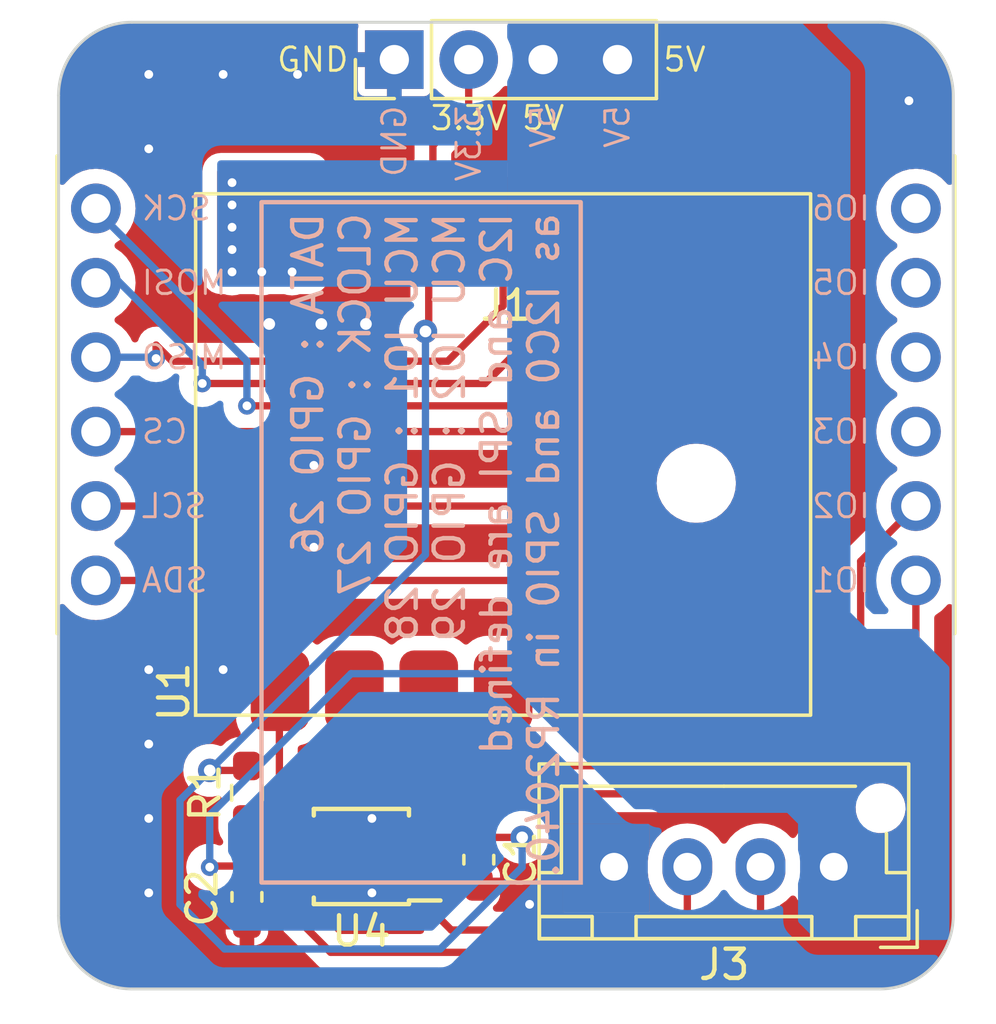
<source format=kicad_pcb>
(kicad_pcb (version 20221018) (generator pcbnew)
  (layers (0 "F.Cu" signal) (31 "B.Cu" signal) (34 "B.Paste" user) (35 "F.Paste" user) (36 "B.SilkS" user "B.Silkscreen") (37 "F.SilkS" user "F.Silkscreen") (38 "B.Mask" user) (39 "F.Mask" user) (44 "Edge.Cuts" user))
  (net 0 "")
  (net 1 "+3.3V")
  (net 2 "GND")
  (net 3 "+5V")
  (net 4 "/SCK")
  (net 5 "/MCU_MOSI")
  (net 6 "/MCU_MISO")
  (net 7 "/CSN")
  (net 8 "/SCL")
  (net 9 "/SDA")
  (net 10 "/MCU_GPIO1")
  (net 15 "/MCU_GPIO2")
  (net 16 "/LED_DATA")
  (net 17 "/LED_CLK")
  (net 18 "Net-(U4-OE)")
  (net 19 "/XIAO_DATA")
  (net 20 "/XIAO_CLK")
  (footprint "Capacitor_SMD:C_0603_1608Metric_Pad1.08x0.95mm_HandSolder" (layer "F.Cu") (at 123.952 84.328 -90)
    (fp_text reference "C2" (at 0.042 1.532 90) (layer "F.SilkS"))
    (fp_text value "0.1uF")
    (fp_line (start -0.146267 -0.51) (end 0.146267 -0.51) (stroke (width 0.12)) (layer "F.SilkS"))
    (fp_line (start -0.146267 0.51) (end 0.146267 0.51) (stroke (width 0.12)) (layer "F.SilkS"))
    (pad "1" smd roundrect (at -0.8625 0 270) (size 1.075 0.95) (layers "F.Cu" "F.Paste" "F.Mask") (net 3 "+5V"))
    (pad "2" smd roundrect (at 0.8625 0 270) (size 1.075 0.95) (layers "F.Cu" "F.Paste" "F.Mask") (net 2 "GND"))
  )
  (footprint "0_various:MOUDLE14P-SMD-2.54-21X17.8MM" (layer "F.Cu") (at 143.2 78.125 90)
    (fp_text reference "U1" (at 0.795 -21.74 90 unlocked) (layer "F.SilkS"))
    (fp_text value "MOUDLE-SEEEDUINO-XIAO")
    (fp_rect (start 0 -21) (end 17.8 0) (stroke (width 0.12)) (fill none) (layer "F.SilkS"))
    (pad "1" smd roundrect (at 0.835 -18.12 90) (size 2.75 2) (layers "F.Cu" "F.Paste" "F.Mask") (net 19 "/XIAO_DATA"))
    (pad "2" smd roundrect (at 0.835 -15.58 90) (size 2.75 2) (layers "F.Cu" "F.Paste" "F.Mask") (net 20 "/XIAO_CLK"))
    (pad "3" smd roundrect (at 0.835 -13.04 90) (size 2.75 2) (layers "F.Cu" "F.Paste" "F.Mask") (net 10 "/MCU_GPIO1"))
    (pad "4" smd roundrect (at 0.835 -10.5 90) (size 2.75 2) (layers "F.Cu" "F.Paste" "F.Mask") (net 15 "/MCU_GPIO2"))
    (pad "5" smd roundrect (at 0.835 -7.96 90) (size 2.75 2) (layers "F.Cu" "F.Paste" "F.Mask") (net 9 "/SDA"))
    (pad "6" smd roundrect (at 0.835 -5.42 90) (size 2.75 2) (layers "F.Cu" "F.Paste" "F.Mask") (net 8 "/SCL"))
    (pad "7" smd roundrect (at 0.835 -2.88 90) (size 2.75 2) (layers "F.Cu" "F.Paste" "F.Mask"))
    (pad "8" smd roundrect (at 17 -2.88 90) (size 2.75 2) (layers "F.Cu" "F.Paste" "F.Mask") (net 7 "/CSN"))
    (pad "9" smd roundrect (at 17 -5.42 90) (size 2.75 2) (layers "F.Cu" "F.Paste" "F.Mask") (net 4 "/SCK"))
    (pad "10" smd roundrect (at 17 -7.96 90) (size 2.75 2) (layers "F.Cu" "F.Paste" "F.Mask") (net 5 "/MCU_MOSI"))
    (pad "11" smd roundrect (at 17 -10.5 90) (size 2.75 2) (layers "F.Cu" "F.Paste" "F.Mask") (net 6 "/MCU_MISO"))
    (pad "12" smd roundrect (at 17 -13.04 90) (size 2.75 2) (layers "F.Cu" "F.Paste" "F.Mask") (net 1 "+3.3V"))
    (pad "13" smd roundrect (at 17 -15.58 90) (size 2.75 2) (layers "F.Cu" "F.Paste" "F.Mask") (net 2 "GND"))
    (pad "14" smd roundrect (at 17 -18.12 90) (size 2.75 2) (layers "F.Cu" "F.Paste" "F.Mask") (net 3 "+5V"))
  )
  (footprint "Package_SO:TSSOP-8_3x3mm_P0.65mm" (layer "F.Cu") (at 127.86 82.95 180)
    (fp_text reference "U4" (at 0 -2.55) (layer "F.SilkS"))
    (fp_text value "TXB0102DCT")
    (fp_line (start -1.625 -1.625) (end -1.625 -1.5) (stroke (width 0.15)) (layer "F.SilkS"))
    (fp_line (start -1.625 -1.625) (end 1.625 -1.625) (stroke (width 0.15)) (layer "F.SilkS"))
    (fp_line (start -1.625 -1.5) (end -2.7 -1.5) (stroke (width 0.15)) (layer "F.SilkS"))
    (fp_line (start -1.625 1.625) (end -1.625 1.4) (stroke (width 0.15)) (layer "F.SilkS"))
    (fp_line (start -1.625 1.625) (end 1.625 1.625) (stroke (width 0.15)) (layer "F.SilkS"))
    (fp_line (start 1.625 -1.625) (end 1.625 -1.4) (stroke (width 0.15)) (layer "F.SilkS"))
    (fp_line (start 1.625 1.625) (end 1.625 1.4) (stroke (width 0.15)) (layer "F.SilkS"))
    (pad "1" smd rect (at -2.15 -0.975 180) (size 1.1 0.4) (layers "F.Cu" "F.Paste" "F.Mask") (net 17 "/LED_CLK"))
    (pad "2" smd rect (at -2.15 -0.325 180) (size 1.1 0.4) (layers "F.Cu" "F.Paste" "F.Mask") (net 2 "GND"))
    (pad "3" smd rect (at -2.15 0.325 180) (size 1.1 0.4) (layers "F.Cu" "F.Paste" "F.Mask") (net 1 "+3.3V"))
    (pad "4" smd rect (at -2.15 0.975 180) (size 1.1 0.4) (layers "F.Cu" "F.Paste" "F.Mask") (net 20 "/XIAO_CLK"))
    (pad "5" smd rect (at 2.15 0.975 180) (size 1.1 0.4) (layers "F.Cu" "F.Paste" "F.Mask") (net 19 "/XIAO_DATA"))
    (pad "6" smd rect (at 2.15 0.325 180) (size 1.1 0.4) (layers "F.Cu" "F.Paste" "F.Mask") (net 18 "Net-(U4-OE)"))
    (pad "7" smd rect (at 2.15 -0.325 180) (size 1.1 0.4) (layers "F.Cu" "F.Paste" "F.Mask") (net 3 "+5V"))
    (pad "8" smd rect (at 2.15 -0.975 180) (size 1.1 0.4) (layers "F.Cu" "F.Paste" "F.Mask") (net 16 "/LED_DATA"))
  )
  (footprint "Connector_JST:JST_XH_B4B-XH-AM_1x04_P2.50mm_Vertical" (layer "F.Cu") (at 143.99 83.3 180)
    (fp_text reference "J3" (at 3.74 -3.34) (layer "F.SilkS"))
    (fp_text value "Conn_01x04")
    (fp_line (start -2.85 -2.75) (end -2.85 -1.5) (stroke (width 0.12)) (layer "F.SilkS"))
    (fp_line (start -2.56 -2.46) (end -2.56 3.51) (stroke (width 0.12)) (layer "F.SilkS"))
    (fp_line (start -2.56 3.51) (end 10.06 3.51) (stroke (width 0.12)) (layer "F.SilkS"))
    (fp_line (start -2.55 -2.45) (end -2.55 -1.7) (stroke (width 0.12)) (layer "F.SilkS"))
    (fp_line (start -2.55 -1.7) (end -0.75 -1.7) (stroke (width 0.12)) (layer "F.SilkS"))
    (fp_line (start -2.55 -0.2) (end -1.8 -0.2) (stroke (width 0.12)) (layer "F.SilkS"))
    (fp_line (start -1.8 -0.2) (end -1.8 1.14) (stroke (width 0.12)) (layer "F.SilkS"))
    (fp_line (start -1.6 -2.75) (end -2.85 -2.75) (stroke (width 0.12)) (layer "F.SilkS"))
    (fp_line (start -0.75 -2.45) (end -2.55 -2.45) (stroke (width 0.12)) (layer "F.SilkS"))
    (fp_line (start -0.75 -1.7) (end -0.75 -2.45) (stroke (width 0.12)) (layer "F.SilkS"))
    (fp_line (start 0.75 -2.45) (end 0.75 -1.7) (stroke (width 0.12)) (layer "F.SilkS"))
    (fp_line (start 0.75 -1.7) (end 6.75 -1.7) (stroke (width 0.12)) (layer "F.SilkS"))
    (fp_line (start 3.75 2.75) (end -0.74 2.75) (stroke (width 0.12)) (layer "F.SilkS"))
    (fp_line (start 6.75 -2.45) (end 0.75 -2.45) (stroke (width 0.12)) (layer "F.SilkS"))
    (fp_line (start 6.75 -1.7) (end 6.75 -2.45) (stroke (width 0.12)) (layer "F.SilkS"))
    (fp_line (start 8.25 -2.45) (end 8.25 -1.7) (stroke (width 0.12)) (layer "F.SilkS"))
    (fp_line (start 8.25 -1.7) (end 10.05 -1.7) (stroke (width 0.12)) (layer "F.SilkS"))
    (fp_line (start 9.3 -0.2) (end 9.3 2.75) (stroke (width 0.12)) (layer "F.SilkS"))
    (fp_line (start 9.3 2.75) (end 3.75 2.75) (stroke (width 0.12)) (layer "F.SilkS"))
    (fp_line (start 10.05 -2.45) (end 8.25 -2.45) (stroke (width 0.12)) (layer "F.SilkS"))
    (fp_line (start 10.05 -1.7) (end 10.05 -2.45) (stroke (width 0.12)) (layer "F.SilkS"))
    (fp_line (start 10.05 -0.2) (end 9.3 -0.2) (stroke (width 0.12)) (layer "F.SilkS"))
    (fp_line (start 10.06 -2.46) (end -2.56 -2.46) (stroke (width 0.12)) (layer "F.SilkS"))
    (fp_line (start 10.06 3.51) (end 10.06 -2.46) (stroke (width 0.12)) (layer "F.SilkS"))
    (pad "" np_thru_hole circle (at -1.6 2 180) (size 1.2 1.2) (drill 1.2) (layers "*.Cu" "*.Mask"))
    (pad "1" thru_hole roundrect (at 0 0 180) (size 1.7 1.95) (drill 0.95) (layers "*.Cu" "*.Mask") (roundrect_rratio 0.147059) (net 3 "+5V"))
    (pad "2" thru_hole oval (at 2.5 0 180) (size 1.7 1.95) (drill 0.95) (layers "*.Cu" "*.Mask") (net 16 "/LED_DATA"))
    (pad "3" thru_hole oval (at 5 0 180) (size 1.7 1.95) (drill 0.95) (layers "*.Cu" "*.Mask") (net 17 "/LED_CLK"))
    (pad "4" thru_hole oval (at 7.5 0 180) (size 1.7 1.95) (drill 0.95) (layers "*.Cu" "*.Mask") (net 2 "GND"))
  )
  (footprint "Resistor_SMD:R_0603_1608Metric_Pad0.98x0.95mm_HandSolder" (layer "F.Cu") (at 123.952 80.772 90)
    (fp_text reference "R1" (at 0 -1.43 90) (layer "F.SilkS"))
    (fp_text value "10k")
    (fp_line (start -0.254724 -0.5225) (end 0.254724 -0.5225) (stroke (width 0.12)) (layer "F.SilkS"))
    (fp_line (start -0.254724 0.5225) (end 0.254724 0.5225) (stroke (width 0.12)) (layer "F.SilkS"))
    (pad "1" smd roundrect (at -0.9125 0 90) (size 0.975 0.95) (layers "F.Cu" "F.Paste" "F.Mask") (net 18 "Net-(U4-OE)"))
    (pad "2" smd roundrect (at 0.9125 0 90) (size 0.975 0.95) (layers "F.Cu" "F.Paste" "F.Mask") (net 1 "+3.3V"))
  )
  (footprint "0_connectors:Hat_connector_hole" (layer "F.Cu") (at 132.795 64.635)
    (fp_text reference "J1" (at 0 -0.5 unlocked) (layer "F.SilkS"))
    (fp_text value "Hat_connector_hole")
    (fp_text user "MOSI" (at -12.5 -1.27 unlocked) (layer "B.SilkS") (effects (font (size 0.8 0.8) (thickness 0.1)) (justify right mirror)))
    (fp_text user "3.3V" (at -1.27 -7.39 90 unlocked) (layer "B.SilkS") (effects (font (size 0.8 0.8) (thickness 0.1)) (justify left mirror)))
    (fp_text user "SCL" (at -12.5 6.35 unlocked) (layer "B.SilkS") (effects (font (size 0.8 0.8) (thickness 0.1)) (justify right mirror)))
    (fp_text user "MISO" (at -12.5 1.27 unlocked) (layer "B.SilkS") (effects (font (size 0.8 0.8) (thickness 0.1)) (justify right mirror)))
    (fp_text user "IO6" (at 12.5 -3.81 unlocked) (layer "B.SilkS") (effects (font (size 0.8 0.8) (thickness 0.1)) (justify left mirror)))
    (fp_text user "CS" (at -12.5 3.81 unlocked) (layer "B.SilkS") (effects (font (size 0.8 0.8) (thickness 0.1)) (justify right mirror)))
    (fp_text user "SDA" (at -12.5 8.89 unlocked) (layer "B.SilkS") (effects (font (size 0.8 0.8) (thickness 0.1)) (justify right mirror)))
    (fp_text user "IO2" (at 12.5 6.35 unlocked) (layer "B.SilkS") (effects (font (size 0.8 0.8) (thickness 0.1)) (justify left mirror)))
    (fp_text user "GND" (at -3.81 -7.39 90 unlocked) (layer "B.SilkS") (effects (font (size 0.8 0.8) (thickness 0.1)) (justify left mirror)))
    (fp_text user "IO4" (at 12.5 1.27 unlocked) (layer "B.SilkS") (effects (font (size 0.8 0.8) (thickness 0.1)) (justify left mirror)))
    (fp_text user "IO1" (at 12.5 8.89 unlocked) (layer "B.SilkS") (effects (font (size 0.8 0.8) (thickness 0.1)) (justify left mirror)))
    (fp_text user "IO3" (at 12.5 3.81 unlocked) (layer "B.SilkS") (effects (font (size 0.8 0.8) (thickness 0.1)) (justify left mirror)))
    (fp_text user "5V" (at 3.81 -7.39 90 unlocked) (layer "B.SilkS") (effects (font (size 0.8 0.8) (thickness 0.1)) (justify left mirror)))
    (fp_text user "5V" (at 1.27 -7.39 90 unlocked) (layer "B.SilkS") (effects (font (size 0.8 0.8) (thickness 0.1)) (justify left mirror)))
    (fp_text user "IO5" (at 12.5 -1.27 unlocked) (layer "B.SilkS") (effects (font (size 0.8 0.8) (thickness 0.1)) (justify left mirror)))
    (fp_text user "SCK" (at -12.5 -3.81 unlocked) (layer "B.SilkS") (effects (font (size 0.8 0.8) (thickness 0.1)) (justify right mirror)))
    (fp_text user "5V" (at 5.31 -8.89 unlocked) (layer "F.SilkS") (effects (font (size 0.8 0.8) (thickness 0.1)) (justify left)))
    (fp_text user "5V" (at 1.27 -6.89 unlocked) (layer "F.SilkS") (effects (font (size 0.8 0.8) (thickness 0.1))))
    (fp_text user "GND" (at -5.31 -8.89 unlocked) (layer "F.SilkS") (effects (font (size 0.8 0.8) (thickness 0.1)) (justify right)))
    (fp_text user "3.3V" (at -1.27 -6.89 unlocked) (layer "F.SilkS") (effects (font (size 0.8 0.8) (thickness 0.1))))
    (fp_line (start -15.33 -5.6) (end -15.33 10.7) (stroke (width 0.12)) (layer "F.SilkS"))
    (fp_line (start -5.14 -7.56) (end -5.14 -8.89) (stroke (width 0.12)) (layer "F.SilkS"))
    (fp_line (start -3.81 -7.56) (end -5.14 -7.56) (stroke (width 0.12)) (layer "F.SilkS"))
    (fp_line (start -2.54 -10.22) (end 5.14 -10.22) (stroke (width 0.12)) (layer "F.SilkS"))
    (fp_line (start -2.54 -7.56) (end -2.54 -10.22) (stroke (width 0.12)) (layer "F.SilkS"))
    (fp_line (start -2.54 -7.56) (end 5.14 -7.56) (stroke (width 0.12)) (layer "F.SilkS"))
    (fp_line (start 5.14 -7.56) (end 5.14 -10.22) (stroke (width 0.12)) (layer "F.SilkS"))
    (fp_line (start 15.33 -5.6) (end 15.33 10.7) (stroke (width 0.12)) (layer "F.SilkS"))
    (pad "" np_thru_hole circle (at 6.5 5.5725) (size 2.2 2.2) (drill 2.2) (layers "*.Cu" "*.Mask"))
    (pad "1" thru_hole rect (at -3.81 -8.89 90) (size 2 2) (drill 1) (layers "*.Cu" "*.Mask") (net 2 "GND"))
    (pad "2" thru_hole oval (at -1.27 -8.89 90) (size 2 2) (drill 1) (layers "*.Cu" "*.Mask") (net 1 "+3.3V"))
    (pad "3" thru_hole oval (at -14 -3.81) (size 1.7 1.7) (drill 1) (layers "*.Cu" "*.Mask") (net 4 "/SCK"))
    (pad "4" thru_hole oval (at -14 -1.27) (size 1.7 1.7) (drill 1) (layers "*.Cu" "*.Mask") (net 5 "/MCU_MOSI"))
    (pad "5" thru_hole oval (at -14 1.27) (size 1.7 1.7) (drill 1) (layers "*.Cu" "*.Mask") (net 6 "/MCU_MISO"))
    (pad "6" thru_hole oval (at -14 3.81) (size 1.7 1.7) (drill 1) (layers "*.Cu" "*.Mask") (net 7 "/CSN"))
    (pad "7" thru_hole oval (at -14 6.35) (size 1.7 1.7) (drill 1) (layers "*.Cu" "*.Mask") (net 8 "/SCL"))
    (pad "8" thru_hole oval (at -14 8.89) (size 1.7 1.7) (drill 1) (layers "*.Cu" "*.Mask") (net 9 "/SDA"))
    (pad "9" thru_hole oval (at 14 8.89) (size 1.7 1.7) (drill 1) (layers "*.Cu" "*.Mask") (net 10 "/MCU_GPIO1"))
    (pad "10" thru_hole oval (at 14 6.35) (size 1.7 1.7) (drill 1) (layers "*.Cu" "*.Mask") (net 15 "/MCU_GPIO2"))
    (pad "11" thru_hole oval (at 14 3.81) (size 1.7 1.7) (drill 1) (layers "*.Cu" "*.Mask"))
    (pad "12" thru_hole oval (at 14 1.27) (size 1.7 1.7) (drill 1) (layers "*.Cu" "*.Mask"))
    (pad "13" thru_hole oval (at 14 -1.27) (size 1.7 1.7) (drill 1) (layers "*.Cu" "*.Mask"))
    (pad "14" thru_hole oval (at 14 -3.81) (size 1.7 1.7) (drill 1) (layers "*.Cu" "*.Mask"))
    (pad "15" thru_hole oval (at 1.27 -8.89 90) (size 2 2) (drill 1) (layers "*.Cu" "*.Mask") (net 3 "+5V"))
    (pad "16" thru_hole oval (at 3.81 -8.89 90) (size 2 2) (drill 1) (layers "*.Cu" "*.Mask") (net 3 "+5V"))
  )
  (footprint "Capacitor_SMD:C_0603_1608Metric_Pad1.08x0.95mm_HandSolder" (layer "F.Cu") (at 131.87 83.058 -90)
    (fp_text reference "C1" (at 0 -1.43 90) (layer "F.SilkS"))
    (fp_text value "0.1uF")
    (fp_line (start -0.146267 -0.51) (end 0.146267 -0.51) (stroke (width 0.12)) (layer "F.SilkS"))
    (fp_line (start -0.146267 0.51) (end 0.146267 0.51) (stroke (width 0.12)) (layer "F.SilkS"))
    (pad "1" smd roundrect (at -0.8625 0 270) (size 1.075 0.95) (layers "F.Cu" "F.Paste" "F.Mask") (net 1 "+3.3V"))
    (pad "2" smd roundrect (at 0.8625 0 270) (size 1.075 0.95) (layers "F.Cu" "F.Paste" "F.Mask") (net 2 "GND"))
  )
  (gr_poly (pts (xy 124.45 83.837499) (xy 124.45 60.612501) (xy 135.349999 60.6125) (xy 135.349999 83.8375)) (stroke (width 0.15)) (fill none) (layer "B.SilkS"))
  (gr_arc (start 148.07 84.97) (mid 147.337767 86.737767) (end 145.57 87.47) (stroke (width 0.1)) (layer "Edge.Cuts"))
  (gr_arc (start 117.52 56.97) (mid 118.252233 55.202233) (end 120.02 54.47) (stroke (width 0.1)) (layer "Edge.Cuts"))
  (gr_line (start 117.52 84.97) (end 117.52 56.97) (stroke (width 0.1)) (layer "Edge.Cuts"))
  (gr_arc (start 145.57 54.47) (mid 147.337767 55.202233) (end 148.07 56.97) (stroke (width 0.1)) (layer "Edge.Cuts"))
  (gr_line (start 145.57 87.47) (end 120.02 87.47) (stroke (width 0.1)) (layer "Edge.Cuts"))
  (gr_line (start 120.02 54.47) (end 145.57 54.47) (stroke (width 0.1)) (layer "Edge.Cuts"))
  (gr_line (start 148.07 56.97) (end 148.07 84.97) (stroke (width 0.1)) (layer "Edge.Cuts"))
  (gr_arc (start 120.02 87.47) (mid 118.252233 86.737767) (end 117.52 84.97) (stroke (width 0.1)) (layer "Edge.Cuts"))
  (gr_text "DATA : GPIO 26\nCLOCK : GPIO 27\nMCU IO1 : GPIO 28\nMCU IO2 : GPIO 29\nI2C and SPI are defined\nas I2C0 and SPI0 in RP2040." (at 134.675 60.8875 90) (layer "B.SilkS") (effects (font (size 1 1)) (justify left bottom mirror)))
  (segment (start 123.8015 80.01) (end 123.952 79.8595) (width 0.25) (layer "F.Cu") (net 1))
  (segment (start 131.87 82.1955) (end 131.4405 82.625) (width 0.25) (layer "F.Cu") (net 1))
  (segment (start 130.16 61.125) (end 130.16 64.912) (width 0.25) (layer "F.Cu") (net 1))
  (segment (start 122.682 80.01) (end 123.8015 80.01) (width 0.25) (layer "F.Cu") (net 1))
  (segment (start 131.9705 82.296) (end 131.87 82.1955) (width 0.25) (layer "F.Cu") (net 1))
  (segment (start 131.525 57.451) (end 130.302 58.674) (width 0.25) (layer "F.Cu") (net 1))
  (segment (start 133.35 82.296) (end 131.9705 82.296) (width 0.25) (layer "F.Cu") (net 1))
  (segment (start 130.302 58.674) (end 130.302 60.983) (width 0.25) (layer "F.Cu") (net 1))
  (segment (start 130.16 64.912) (end 130.048 65.024) (width 0.25) (layer "F.Cu") (net 1))
  (segment (start 131.4405 82.625) (end 130.01 82.625) (width 0.25) (layer "F.Cu") (net 1))
  (segment (start 130.302 60.983) (end 130.16 61.125) (width 0.25) (layer "F.Cu") (net 1))
  (segment (start 131.525 55.745) (end 131.525 57.451) (width 0.25) (layer "F.Cu") (net 1))
  (via (at 133.35 82.296) (size 0.8) (drill 0.4) (layers "F.Cu" "B.Cu") (net 1))
  (via (at 122.682 80.01) (size 0.8) (drill 0.4) (layers "F.Cu" "B.Cu") (net 1))
  (via (at 130.048 65.024) (size 0.8) (drill 0.4) (layers "F.Cu" "B.Cu") (net 1))
  (segment (start 121.666 81.026) (end 121.666 84.582) (width 0.25) (layer "B.Cu") (net 1))
  (segment (start 123.19 86.106) (end 130.556 86.106) (width 0.25) (layer "B.Cu") (net 1))
  (segment (start 130.048 65.024) (end 130.048 72.644) (width 0.25) (layer "B.Cu") (net 1))
  (segment (start 133.35 83.312) (end 133.35 82.296) (width 0.25) (layer "B.Cu") (net 1))
  (segment (start 122.682 80.01) (end 121.666 81.026) (width 0.25) (layer "B.Cu") (net 1))
  (segment (start 130.556 86.106) (end 133.35 83.312) (width 0.25) (layer "B.Cu") (net 1))
  (segment (start 121.666 84.582) (end 123.19 86.106) (width 0.25) (layer "B.Cu") (net 1))
  (segment (start 130.048 72.644) (end 122.682 80.01) (width 0.25) (layer "B.Cu") (net 1))
  (segment (start 131.2245 83.275) (end 130.01 83.275) (width 0.25) (layer "F.Cu") (net 2))
  (segment (start 131.87 83.9205) (end 131.2245 83.275) (width 0.25) (layer "F.Cu") (net 2))
  (via (at 128.22 84.19) (size 0.6) (drill 0.3) (layers "F.Cu" "B.Cu") (net 2))
  (via (at 120.6 76.57) (size 0.6) (drill 0.3) (layers "F.Cu" "B.Cu") (net 2))
  (via (at 123.14 76.57) (size 0.6) (drill 0.3) (layers "F.Cu" "B.Cu") (net 2))
  (via (at 128.016 64.77) (size 0.8) (drill 0.4) (layers "F.Cu" "B.Cu") (net 2))
  (via (at 126.492 64.77) (size 0.8) (drill 0.4) (layers "F.Cu" "B.Cu") (net 2))
  (via (at 133.604 84.582) (size 0.6) (drill 0.3) (layers "F.Cu" "B.Cu") (net 2))
  (via (at 120.6 79.11) (size 0.6) (drill 0.3) (layers "F.Cu" "B.Cu") (net 2))
  (via (at 126.238 72.39) (size 0.6) (drill 0.3) (layers "F.Cu" "B.Cu") (net 2))
  (via (at 126.238 69.596) (size 0.6) (drill 0.3) (layers "F.Cu" "B.Cu") (net 2))
  (via (at 120.6 84.19) (size 0.6) (drill 0.3) (layers "F.Cu" "B.Cu") (net 2))
  (via (at 124.714 64.77) (size 0.8) (drill 0.4) (layers "F.Cu" "B.Cu") (net 2))
  (via (at 120.6 81.65) (size 0.6) (drill 0.3) (layers "F.Cu" "B.Cu") (net 2))
  (via (at 120.6 56.25) (size 0.6) (drill 0.3) (layers "F.Cu" "B.Cu") (net 2))
  (via (at 120.6 58.79) (size 0.6) (drill 0.3) (layers "F.Cu" "B.Cu") (net 2))
  (via (at 128.22 81.65) (size 0.6) (drill 0.3) (layers "F.Cu" "B.Cu") (net 2))
  (via (at 125.68 56.25) (size 0.6) (drill 0.3) (layers "F.Cu" "B.Cu") (net 2))
  (via (at 146.558 57.15) (size 0.6) (drill 0.3) (layers "F.Cu" "B.Cu") (net 2))
  (via (at 123.14 56.25) (size 0.6) (drill 0.3) (layers "F.Cu" "B.Cu") (net 2))
  (segment (start 122.719 83.275) (end 125.71 83.275) (width 0.25) (layer "F.Cu") (net 3))
  (segment (start 122.682 83.312) (end 122.719 83.275) (width 0.25) (layer "F.Cu") (net 3))
  (via (at 125.493973 62.992246) (size 0.6) (drill 0.3) (layers "F.Cu" "B.Cu") (net 3))
  (via (at 123.444 59.944) (size 0.6) (drill 0.3) (layers "F.Cu" "B.Cu") (net 3))
  (via (at 123.444 60.706) (size 0.6) (drill 0.3) (layers "F.Cu" "B.Cu") (net 3))
  (via (at 123.444 62.23) (size 0.6) (drill 0.3) (layers "F.Cu" "B.Cu") (net 3))
  (via (at 122.682 83.312) (size 0.6) (drill 0.3) (layers "F.Cu" "B.Cu") (net 3))
  (via (at 123.444 62.992) (size 0.6) (drill 0.3) (layers "F.Cu" "B.Cu") (net 3))
  (via (at 124.46 62.992) (size 0.6) (drill 0.3) (layers "F.Cu" "B.Cu") (net 3))
  (via (at 123.444 61.468) (size 0.6) (drill 0.3) (layers "F.Cu" "B.Cu") (net 3))
  (segment (start 127.508 76.708) (end 133.35 76.708) (width 0.25) (layer "B.Cu") (net 3))
  (segment (start 122.682 81.534) (end 127.508 76.708) (width 0.25) (layer "B.Cu") (net 3))
  (segment (start 122.682 83.312) (end 122.682 81.534) (width 0.25) (layer "B.Cu") (net 3))
  (segment (start 123.952 67.564) (end 134.112 67.564) (width 0.25) (layer "F.Cu") (net 4))
  (segment (start 137.78 63.896) (end 137.78 61.125) (width 0.25) (layer "F.Cu") (net 4))
  (segment (start 134.112 67.564) (end 137.78 63.896) (width 0.25) (layer "F.Cu") (net 4))
  (via (at 123.952 67.564) (size 0.6) (drill 0.3) (layers "F.Cu" "B.Cu") (net 4))
  (segment (start 123.952 66.04) (end 118.795 60.883) (width 0.25) (layer "B.Cu") (net 4))
  (segment (start 118.795 60.883) (end 118.795 60.825) (width 0.25) (layer "B.Cu") (net 4))
  (segment (start 123.952 67.564) (end 123.952 66.04) (width 0.25) (layer "B.Cu") (net 4))
  (segment (start 135.382 63.5) (end 135.382 61.267) (width 0.25) (layer "F.Cu") (net 5))
  (segment (start 132.08 66.802) (end 135.382 63.5) (width 0.25) (layer "F.Cu") (net 5))
  (segment (start 122.428 66.802) (end 132.08 66.802) (width 0.25) (layer "F.Cu") (net 5))
  (segment (start 135.382 61.267) (end 135.24 61.125) (width 0.25) (layer "F.Cu") (net 5))
  (via (at 122.428 66.802) (size 0.6) (drill 0.3) (layers "F.Cu" "B.Cu") (net 5))
  (segment (start 122.428 66.802) (end 122.428 66.178) (width 0.25) (layer "B.Cu") (net 5))
  (segment (start 119.57 63.32) (end 118.84 63.32) (width 0.25) (layer "B.Cu") (net 5))
  (segment (start 118.84 63.32) (end 118.795 63.365) (width 0.25) (layer "B.Cu") (net 5))
  (segment (start 122.428 66.178) (end 119.57 63.32) (width 0.25) (layer "B.Cu") (net 5))
  (segment (start 121.4 66.04) (end 130.81 66.04) (width 0.25) (layer "F.Cu") (net 6))
  (segment (start 120.85 65.95) (end 120.85 65.49) (width 0.25) (layer "F.Cu") (net 6))
  (segment (start 120.85 65.49) (end 121.4 66.04) (width 0.25) (layer "F.Cu") (net 6))
  (segment (start 132.7 64.15) (end 132.7 61.125) (width 0.25) (layer "F.Cu") (net 6))
  (segment (start 130.81 66.04) (end 132.7 64.15) (width 0.25) (layer "F.Cu") (net 6))
  (via (at 120.85 65.95) (size 0.6) (drill 0.3) (layers "F.Cu" "B.Cu") (net 6))
  (segment (start 120.85 65.95) (end 120.805 65.905) (width 0.25) (layer "B.Cu") (net 6))
  (segment (start 120.805 65.905) (end 118.795 65.905) (width 0.25) (layer "B.Cu") (net 6))
  (segment (start 136.235 68.445) (end 140.32 64.36) (width 0.25) (layer "F.Cu") (net 7))
  (segment (start 118.795 68.445) (end 136.235 68.445) (width 0.25) (layer "F.Cu") (net 7))
  (segment (start 140.32 64.36) (end 140.32 61.125) (width 0.25) (layer "F.Cu") (net 7))
  (segment (start 134.235 70.985) (end 137.78 74.53) (width 0.25) (layer "F.Cu") (net 8))
  (segment (start 118.795 70.985) (end 134.235 70.985) (width 0.25) (layer "F.Cu") (net 8))
  (segment (start 137.78 74.53) (end 137.78 77.29) (width 0.25) (layer "F.Cu") (net 8))
  (segment (start 118.795 73.525) (end 133.935 73.525) (width 0.25) (layer "F.Cu") (net 9))
  (segment (start 133.935 73.525) (end 135.29 74.88) (width 0.25) (layer "F.Cu") (net 9))
  (segment (start 135.29 74.88) (end 135.29 77.24) (width 0.25) (layer "F.Cu") (net 9))
  (segment (start 135.29 77.24) (end 135.24 77.29) (width 0.25) (layer "F.Cu") (net 9))
  (segment (start 130.38 79.41) (end 130.38 77.51) (width 0.25) (layer "F.Cu") (net 10))
  (segment (start 130.38 77.51) (end 130.16 77.29) (width 0.25) (layer "F.Cu") (net 10))
  (segment (start 143.91 80.81) (end 131.78 80.81) (width 0.25) (layer "F.Cu") (net 10))
  (segment (start 146.795 77.925) (end 143.91 80.81) (width 0.25) (layer "F.Cu") (net 10))
  (segment (start 146.795 73.525) (end 146.795 77.925) (width 0.25) (layer "F.Cu") (net 10))
  (segment (start 131.78 80.81) (end 130.38 79.41) (width 0.25) (layer "F.Cu") (net 10))
  (segment (start 143.28 79.85) (end 133.5 79.85) (width 0.25) (layer "F.Cu") (net 15))
  (segment (start 132.73 79.08) (end 132.7 79.08) (width 0.25) (layer "F.Cu") (net 15))
  (segment (start 144.91 78.22) (end 143.28 79.85) (width 0.25) (layer "F.Cu") (net 15))
  (segment (start 133.5 79.85) (end 132.73 79.08) (width 0.25) (layer "F.Cu") (net 15))
  (segment (start 146.795 70.985) (end 144.91 72.87) (width 0.25) (layer "F.Cu") (net 15))
  (segment (start 144.91 72.87) (end 144.91 78.22) (width 0.25) (layer "F.Cu") (net 15))
  (segment (start 132.7 79.08) (end 132.7 77.29) (width 0.25) (layer "F.Cu") (net 15))
  (segment (start 141.51 85.11) (end 141.49 85.09) (width 0.25) (layer "F.Cu") (net 16))
  (segment (start 140.4 86.22) (end 141.51 85.11) (width 0.25) (layer "F.Cu") (net 16))
  (segment (start 125.71 85.12) (end 126.81 86.22) (width 0.25) (layer "F.Cu") (net 16))
  (segment (start 126.81 86.22) (end 140.4 86.22) (width 0.25) (layer "F.Cu") (net 16))
  (segment (start 141.49 85.09) (end 141.49 83.3) (width 0.25) (layer "F.Cu") (net 16))
  (segment (start 125.71 83.925) (end 125.71 85.12) (width 0.25) (layer "F.Cu") (net 16))
  (segment (start 138.99 84.81) (end 138.99 83.3) (width 0.25) (layer "F.Cu") (net 17))
  (segment (start 130.01 84.54) (end 130.93 85.46) (width 0.25) (layer "F.Cu") (net 17))
  (segment (start 130.01 83.925) (end 130.01 84.54) (width 0.25) (layer "F.Cu") (net 17))
  (segment (start 138.34 85.46) (end 138.99 84.81) (width 0.25) (layer "F.Cu") (net 17))
  (segment (start 130.93 85.46) (end 138.34 85.46) (width 0.25) (layer "F.Cu") (net 17))
  (segment (start 124.8925 82.625) (end 123.952 81.6845) (width 0.25) (layer "F.Cu") (net 18))
  (segment (start 125.71 82.625) (end 124.8925 82.625) (width 0.25) (layer "F.Cu") (net 18))
  (segment (start 125.08 77.29) (end 125.06 77.31) (width 0.25) (layer "F.Cu") (net 19))
  (segment (start 125.06 80.51) (end 125.71 81.16) (width 0.25) (layer "F.Cu") (net 19))
  (segment (start 125.06 77.31) (end 125.06 80.51) (width 0.25) (layer "F.Cu") (net 19))
  (segment (start 125.71 81.16) (end 125.71 81.975) (width 0.25) (layer "F.Cu") (net 19))
  (segment (start 130.01 80.59) (end 130.01 81.975) (width 0.25) (layer "F.Cu") (net 20))
  (segment (start 127.62 78.2) (end 130.01 80.59) (width 0.25) (layer "F.Cu") (net 20))
  (segment (start 127.62 77.29) (end 127.62 78.2) (width 0.25) (layer "F.Cu") (net 20))
  (zone (net 3) (net_name "+5V") (layer "F.Cu") (priority 4) (connect_pads yes (clearance 0.5)) (min_thickness 0.25) (fill yes (thermal_gap 0.5) (thermal_bridge_width 0.5))
    (polygon (pts (xy 126.238 59.436) (xy 122.936 59.436) (xy 122.936 63.246) (xy 126.238 63.246)))
  )
  (zone (net 2) (net_name "GND") (layers "F&B.Cu") (connect_pads (clearance 0.5)) (min_thickness 0.25) (fill yes (thermal_gap 0.25) (thermal_bridge_width 0.5))
    (polygon (pts (xy 115.52 53.71) (xy 149.54 53.71) (xy 149.54 88.62) (xy 149.48 88.68) (xy 115.55 88.68) (xy 115.52 88.65)))
  )
  (zone (net 2) (net_name "GND") (layers "F&B.Cu") (priority 2) (connect_pads yes (clearance 0.5)) (min_thickness 0.25) (fill yes (thermal_gap 0.5) (thermal_bridge_width 0.5))
    (polygon (pts (xy 134.75 81.84) (xy 134.75 84.81) (xy 134.79 84.85) (xy 137.7 84.85) (xy 137.7 81.87) (xy 137.67 81.84)))
  )
  (zone (net 3) (net_name "+5V") (layer "B.Cu") (priority 1) (connect_pads yes (clearance 0.5)) (min_thickness 0.25) (fill yes (thermal_gap 0.5) (thermal_bridge_width 0.5))
    (polygon (pts (xy 132.84 54.46) (xy 132.84 76.99) (xy 137.31 81.46) (xy 142.4 81.46) (xy 142.77 81.83) (xy 142.77 85.18) (xy 143.39 85.8) (xy 147.94 85.8) (xy 147.94 76.48) (xy 146.91 75.45) (xy 146.91 75.25) (xy 146.84 75.18) (xy 145.12 75.18) (xy 144.56 74.62) (xy 144.56 56.15) (xy 142.87 54.46)))
  )
  (zone (net 3) (net_name "+5V") (layer "B.Cu") (priority 3) (connect_pads yes (clearance 0.5)) (min_thickness 0.25) (fill yes (thermal_gap 0.5) (thermal_bridge_width 0.5))
    (polygon (pts (xy 132.842 63.5) (xy 122.936 63.5) (xy 122.936 59.182) (xy 132.842 59.182)))
  )
)
</source>
